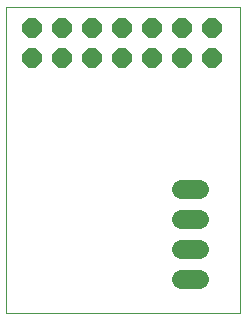
<source format=gbs>
G75*
%MOIN*%
%OFA0B0*%
%FSLAX25Y25*%
%IPPOS*%
%LPD*%
%AMOC8*
5,1,8,0,0,1.08239X$1,22.5*
%
%ADD10C,0.00000*%
%ADD11C,0.06400*%
%ADD12OC8,0.06400*%
D10*
X0006500Y0005500D02*
X0006500Y0107500D01*
X0084500Y0107500D01*
X0084500Y0005500D01*
X0006500Y0005500D01*
D11*
X0064750Y0017000D02*
X0070750Y0017000D01*
X0070750Y0027000D02*
X0064750Y0027000D01*
X0064750Y0037000D02*
X0070750Y0037000D01*
X0070750Y0047000D02*
X0064750Y0047000D01*
D12*
X0065250Y0090750D03*
X0065250Y0100750D03*
X0055250Y0100750D03*
X0055250Y0090750D03*
X0045250Y0090750D03*
X0045250Y0100750D03*
X0035250Y0100750D03*
X0035250Y0090750D03*
X0025250Y0090750D03*
X0025250Y0100750D03*
X0015250Y0100750D03*
X0015250Y0090750D03*
X0075250Y0090750D03*
X0075250Y0100750D03*
M02*

</source>
